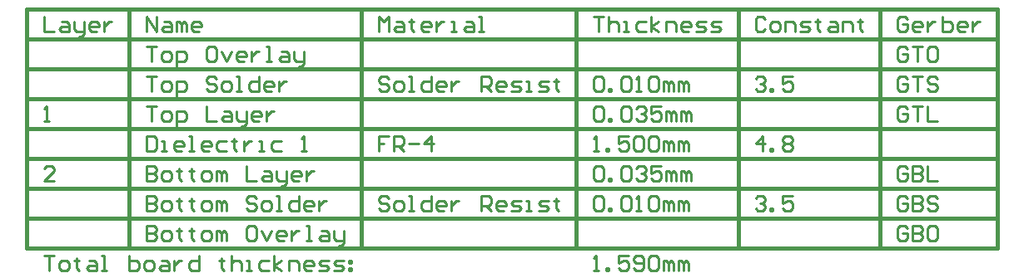
<source format=gbr>
%FSTAX23Y23*%
%MOIN*%
%SFA1B1*%

%IPPOS*%
%ADD13C,0.010000*%
%ADD29C,0.015000*%
%LNpcb1_layer_stackup-1*%
%LPD*%
G54D13*
X04055Y02922D02*
Y02862D01*
X04095*
X04125Y02902D02*
X04145D01*
X04155Y02892*
Y02862*
X04125*
X04115Y02872*
X04125Y02882*
X04155*
X04175Y02902D02*
Y02872D01*
X04185Y02862*
X04215*
Y02852*
X04205Y02842*
X04195*
X04215Y02862D02*
Y02902D01*
X04265Y02862D02*
X04245D01*
X04235Y02872*
Y02892*
X04245Y02902*
X04265*
X04275Y02892*
Y02882*
X04235*
X04295Y02902D02*
Y02862D01*
Y02882*
X04305Y02892*
X04315Y02902*
X04325*
X04095Y02262D02*
X04055D01*
X04095Y02302*
Y02312*
X04085Y02322*
X04065*
X04055Y02312*
Y02502D02*
X04075D01*
X04065*
Y02562*
X04055Y02552*
X04465Y02862D02*
Y02922D01*
X04505Y02862*
Y02922*
X04535Y02902D02*
X04555D01*
X04565Y02892*
Y02862*
X04535*
X04525Y02872*
X04535Y02882*
X04565*
X04585Y02862D02*
Y02902D01*
X04595*
X04605Y02892*
Y02862*
Y02892*
X04615Y02902*
X04625Y02892*
Y02862*
X04675D02*
X04655D01*
X04645Y02872*
Y02892*
X04655Y02902*
X04675*
X04685Y02892*
Y02882*
X04645*
X04465Y02082D02*
Y02022D01*
X04495*
X04505Y02032*
Y02042*
X04495Y02052*
X04465*
X04495*
X04505Y02062*
Y02072*
X04495Y02082*
X04465*
X04535Y02022D02*
X04555D01*
X04565Y02032*
Y02052*
X04555Y02062*
X04535*
X04525Y02052*
Y02032*
X04535Y02022*
X04595Y02072D02*
Y02062D01*
X04585*
X04605*
X04595*
Y02032*
X04605Y02022*
X04645Y02072D02*
Y02062D01*
X04635*
X04655*
X04645*
Y02032*
X04655Y02022*
X04695D02*
X04715D01*
X04725Y02032*
Y02052*
X04715Y02062*
X04695*
X04685Y02052*
Y02032*
X04695Y02022*
X04745D02*
Y02062D01*
X04755*
X04765Y02052*
Y02022*
Y02052*
X04775Y02062*
X04785Y02052*
Y02022*
X04895Y02082D02*
X04875D01*
X04865Y02072*
Y02032*
X04875Y02022*
X04895*
X04905Y02032*
Y02072*
X04895Y02082*
X04925Y02062D02*
X04945Y02022D01*
X04965Y02062*
X05015Y02022D02*
X04995D01*
X04985Y02032*
Y02052*
X04995Y02062*
X05015*
X05025Y02052*
Y02042*
X04985*
X05045Y02062D02*
Y02022D01*
Y02042*
X05055Y02052*
X05065Y02062*
X05075*
X05105Y02022D02*
X05125D01*
X05115*
Y02082*
X05105*
X05165Y02062D02*
X05185D01*
X05195Y02052*
Y02022*
X05165*
X05155Y02032*
X05165Y02042*
X05195*
X05215Y02062D02*
Y02032D01*
X05225Y02022*
X05255*
Y02012*
X05245Y02002*
X05235*
X05255Y02022D02*
Y02062D01*
X04465Y02202D02*
Y02142D01*
X04495*
X04505Y02152*
Y02162*
X04495Y02172*
X04465*
X04495*
X04505Y02182*
Y02192*
X04495Y02202*
X04465*
X04535Y02142D02*
X04555D01*
X04565Y02152*
Y02172*
X04555Y02182*
X04535*
X04525Y02172*
Y02152*
X04535Y02142*
X04595Y02192D02*
Y02182D01*
X04585*
X04605*
X04595*
Y02152*
X04605Y02142*
X04645Y02192D02*
Y02182D01*
X04635*
X04655*
X04645*
Y02152*
X04655Y02142*
X04695D02*
X04715D01*
X04725Y02152*
Y02172*
X04715Y02182*
X04695*
X04685Y02172*
Y02152*
X04695Y02142*
X04745D02*
Y02182D01*
X04755*
X04765Y02172*
Y02142*
Y02172*
X04775Y02182*
X04785Y02172*
Y02142*
X04905Y02192D02*
X04895Y02202D01*
X04875*
X04865Y02192*
Y02182*
X04875Y02172*
X04895*
X04905Y02162*
Y02152*
X04895Y02142*
X04875*
X04865Y02152*
X04935Y02142D02*
X04955D01*
X04965Y02152*
Y02172*
X04955Y02182*
X04935*
X04925Y02172*
Y02152*
X04935Y02142*
X04985D02*
X05005D01*
X04995*
Y02202*
X04985*
X05075D02*
Y02142D01*
X05045*
X05035Y02152*
Y02172*
X05045Y02182*
X05075*
X05125Y02142D02*
X05105D01*
X05095Y02152*
Y02172*
X05105Y02182*
X05125*
X05135Y02172*
Y02162*
X05095*
X05155Y02182D02*
Y02142D01*
Y02162*
X05165Y02172*
X05175Y02182*
X05185*
X04465Y02322D02*
Y02262D01*
X04495*
X04505Y02272*
Y02282*
X04495Y02292*
X04465*
X04495*
X04505Y02302*
Y02312*
X04495Y02322*
X04465*
X04535Y02262D02*
X04555D01*
X04565Y02272*
Y02292*
X04555Y02302*
X04535*
X04525Y02292*
Y02272*
X04535Y02262*
X04595Y02312D02*
Y02302D01*
X04585*
X04605*
X04595*
Y02272*
X04605Y02262*
X04645Y02312D02*
Y02302D01*
X04635*
X04655*
X04645*
Y02272*
X04655Y02262*
X04695D02*
X04715D01*
X04725Y02272*
Y02292*
X04715Y02302*
X04695*
X04685Y02292*
Y02272*
X04695Y02262*
X04745D02*
Y02302D01*
X04755*
X04765Y02292*
Y02262*
Y02292*
X04775Y02302*
X04785Y02292*
Y02262*
X04865Y02322D02*
Y02262D01*
X04905*
X04935Y02302D02*
X04955D01*
X04965Y02292*
Y02262*
X04935*
X04925Y02272*
X04935Y02282*
X04965*
X04985Y02302D02*
Y02272D01*
X04995Y02262*
X05025*
Y02252*
X05015Y02242*
X05005*
X05025Y02262D02*
Y02302D01*
X05075Y02262D02*
X05055D01*
X05045Y02272*
Y02292*
X05055Y02302*
X05075*
X05085Y02292*
Y02282*
X05045*
X05105Y02302D02*
Y02262D01*
Y02282*
X05115Y02292*
X05125Y02302*
X05135*
X04465Y02442D02*
Y02382D01*
X04495*
X04505Y02392*
Y02432*
X04495Y02442*
X04465*
X04525Y02382D02*
X04545D01*
X04535*
Y02422*
X04525*
X04605Y02382D02*
X04585D01*
X04575Y02392*
Y02412*
X04585Y02422*
X04605*
X04615Y02412*
Y02402*
X04575*
X04635Y02382D02*
X04655D01*
X04645*
Y02442*
X04635*
X04715Y02382D02*
X04695D01*
X04685Y02392*
Y02412*
X04695Y02422*
X04715*
X04725Y02412*
Y02402*
X04685*
X04785Y02422D02*
X04755D01*
X04745Y02412*
Y02392*
X04755Y02382*
X04785*
X04815Y02432D02*
Y02422D01*
X04805*
X04825*
X04815*
Y02392*
X04825Y02382*
X04855Y02422D02*
Y02382D01*
Y02402*
X04865Y02412*
X04875Y02422*
X04885*
X04915Y02382D02*
X04935D01*
X04925*
Y02422*
X04915*
X05005D02*
X04975D01*
X04965Y02412*
Y02392*
X04975Y02382*
X05005*
X05085D02*
X05105D01*
X05095*
Y02442*
X05085Y02432*
X04465Y02562D02*
X04505D01*
X04485*
Y02502*
X04535D02*
X04555D01*
X04565Y02512*
Y02532*
X04555Y02542*
X04535*
X04525Y02532*
Y02512*
X04535Y02502*
X04585Y02482D02*
Y02542D01*
X04615*
X04625Y02532*
Y02512*
X04615Y02502*
X04585*
X04705Y02562D02*
Y02502D01*
X04745*
X04775Y02542D02*
X04795D01*
X04805Y02532*
Y02502*
X04775*
X04765Y02512*
X04775Y02522*
X04805*
X04825Y02542D02*
Y02512D01*
X04835Y02502*
X04865*
Y02492*
X04855Y02482*
X04845*
X04865Y02502D02*
Y02542D01*
X04915Y02502D02*
X04895D01*
X04885Y02512*
Y02532*
X04895Y02542*
X04915*
X04925Y02532*
Y02522*
X04885*
X04945Y02542D02*
Y02502D01*
Y02522*
X04955Y02532*
X04965Y02542*
X04975*
X04465Y02682D02*
X04505D01*
X04485*
Y02622*
X04535D02*
X04555D01*
X04565Y02632*
Y02652*
X04555Y02662*
X04535*
X04525Y02652*
Y02632*
X04535Y02622*
X04585Y02602D02*
Y02662D01*
X04615*
X04625Y02652*
Y02632*
X04615Y02622*
X04585*
X04745Y02672D02*
X04735Y02682D01*
X04715*
X04705Y02672*
Y02662*
X04715Y02652*
X04735*
X04745Y02642*
Y02632*
X04735Y02622*
X04715*
X04705Y02632*
X04775Y02622D02*
X04795D01*
X04805Y02632*
Y02652*
X04795Y02662*
X04775*
X04765Y02652*
Y02632*
X04775Y02622*
X04825D02*
X04845D01*
X04835*
Y02682*
X04825*
X04915D02*
Y02622D01*
X04885*
X04875Y02632*
Y02652*
X04885Y02662*
X04915*
X04965Y02622D02*
X04945D01*
X04935Y02632*
Y02652*
X04945Y02662*
X04965*
X04975Y02652*
Y02642*
X04935*
X04995Y02662D02*
Y02622D01*
Y02642*
X05005Y02652*
X05015Y02662*
X05025*
X04465Y02802D02*
X04505D01*
X04485*
Y02742*
X04535D02*
X04555D01*
X04565Y02752*
Y02772*
X04555Y02782*
X04535*
X04525Y02772*
Y02752*
X04535Y02742*
X04585Y02722D02*
Y02782D01*
X04615*
X04625Y02772*
Y02752*
X04615Y02742*
X04585*
X04735Y02802D02*
X04715D01*
X04705Y02792*
Y02752*
X04715Y02742*
X04735*
X04745Y02752*
Y02792*
X04735Y02802*
X04765Y02782D02*
X04785Y02742D01*
X04805Y02782*
X04855Y02742D02*
X04835D01*
X04825Y02752*
Y02772*
X04835Y02782*
X04855*
X04865Y02772*
Y02762*
X04825*
X04885Y02782D02*
Y02742D01*
Y02762*
X04895Y02772*
X04905Y02782*
X04915*
X04945Y02742D02*
X04965D01*
X04955*
Y02802*
X04945*
X05005Y02782D02*
X05025D01*
X05035Y02772*
Y02742*
X05005*
X04995Y02752*
X05005Y02762*
X05035*
X05055Y02782D02*
Y02752D01*
X05065Y02742*
X05095*
Y02732*
X05085Y02722*
X05075*
X05095Y02742D02*
Y02782D01*
X05395Y02862D02*
Y02922D01*
X05415Y02902*
X05435Y02922*
Y02862*
X05465Y02902D02*
X05485D01*
X05495Y02892*
Y02862*
X05465*
X05455Y02872*
X05465Y02882*
X05495*
X05525Y02912D02*
Y02902D01*
X05515*
X05535*
X05525*
Y02872*
X05535Y02862*
X05595D02*
X05575D01*
X05565Y02872*
Y02892*
X05575Y02902*
X05595*
X05605Y02892*
Y02882*
X05565*
X05625Y02902D02*
Y02862D01*
Y02882*
X05635Y02892*
X05645Y02902*
X05655*
X05685Y02862D02*
X05705D01*
X05695*
Y02902*
X05685*
X05745D02*
X05765D01*
X05775Y02892*
Y02862*
X05745*
X05735Y02872*
X05745Y02882*
X05775*
X05795Y02862D02*
X05815D01*
X05805*
Y02922*
X05795*
X05435Y02192D02*
X05425Y02202D01*
X05405*
X05395Y02192*
Y02182*
X05405Y02172*
X05425*
X05435Y02162*
Y02152*
X05425Y02142*
X05405*
X05395Y02152*
X05465Y02142D02*
X05485D01*
X05495Y02152*
Y02172*
X05485Y02182*
X05465*
X05455Y02172*
Y02152*
X05465Y02142*
X05515D02*
X05535D01*
X05525*
Y02202*
X05515*
X05605D02*
Y02142D01*
X05575*
X05565Y02152*
Y02172*
X05575Y02182*
X05605*
X05655Y02142D02*
X05635D01*
X05625Y02152*
Y02172*
X05635Y02182*
X05655*
X05665Y02172*
Y02162*
X05625*
X05685Y02182D02*
Y02142D01*
Y02162*
X05695Y02172*
X05705Y02182*
X05715*
X05805Y02142D02*
Y02202D01*
X05835*
X05845Y02192*
Y02172*
X05835Y02162*
X05805*
X05825D02*
X05845Y02142D01*
X05895D02*
X05875D01*
X05865Y02152*
Y02172*
X05875Y02182*
X05895*
X05905Y02172*
Y02162*
X05865*
X05925Y02142D02*
X05955D01*
X05965Y02152*
X05955Y02162*
X05935*
X05925Y02172*
X05935Y02182*
X05965*
X05985Y02142D02*
X06005D01*
X05995*
Y02182*
X05985*
X06035Y02142D02*
X06065D01*
X06075Y02152*
X06065Y02162*
X06045*
X06035Y02172*
X06045Y02182*
X06075*
X06105Y02192D02*
Y02182D01*
X06095*
X06115*
X06105*
Y02152*
X06115Y02142*
X05435Y02442D02*
X05395D01*
Y02412*
X05415*
X05395*
Y02382*
X05455D02*
Y02442D01*
X05485*
X05495Y02432*
Y02412*
X05485Y02402*
X05455*
X05475D02*
X05495Y02382D01*
X05515Y02412D02*
X05555D01*
X05605Y02382D02*
Y02442D01*
X05575Y02412*
X05615*
X05435Y02672D02*
X05425Y02682D01*
X05405*
X05395Y02672*
Y02662*
X05405Y02652*
X05425*
X05435Y02642*
Y02632*
X05425Y02622*
X05405*
X05395Y02632*
X05465Y02622D02*
X05485D01*
X05495Y02632*
Y02652*
X05485Y02662*
X05465*
X05455Y02652*
Y02632*
X05465Y02622*
X05515D02*
X05535D01*
X05525*
Y02682*
X05515*
X05605D02*
Y02622D01*
X05575*
X05565Y02632*
Y02652*
X05575Y02662*
X05605*
X05655Y02622D02*
X05635D01*
X05625Y02632*
Y02652*
X05635Y02662*
X05655*
X05665Y02652*
Y02642*
X05625*
X05685Y02662D02*
Y02622D01*
Y02642*
X05695Y02652*
X05705Y02662*
X05715*
X05805Y02622D02*
Y02682D01*
X05835*
X05845Y02672*
Y02652*
X05835Y02642*
X05805*
X05825D02*
X05845Y02622D01*
X05895D02*
X05875D01*
X05865Y02632*
Y02652*
X05875Y02662*
X05895*
X05905Y02652*
Y02642*
X05865*
X05925Y02622D02*
X05955D01*
X05965Y02632*
X05955Y02642*
X05935*
X05925Y02652*
X05935Y02662*
X05965*
X05985Y02622D02*
X06005D01*
X05995*
Y02662*
X05985*
X06035Y02622D02*
X06065D01*
X06075Y02632*
X06065Y02642*
X06045*
X06035Y02652*
X06045Y02662*
X06075*
X06105Y02672D02*
Y02662D01*
X06095*
X06115*
X06105*
Y02632*
X06115Y02622*
X06255Y02922D02*
X06295D01*
X06275*
Y02862*
X06315Y02922D02*
Y02862D01*
Y02892*
X06325Y02902*
X06345*
X06355Y02892*
Y02862*
X06375D02*
X06395D01*
X06385*
Y02902*
X06375*
X06465D02*
X06435D01*
X06425Y02892*
Y02872*
X06435Y02862*
X06465*
X06485D02*
Y02922D01*
Y02882D02*
X06515Y02902D01*
X06485Y02882D02*
X06515Y02862D01*
X06545D02*
Y02902D01*
X06575*
X06585Y02892*
Y02862*
X06635D02*
X06615D01*
X06605Y02872*
Y02892*
X06615Y02902*
X06635*
X06645Y02892*
Y02882*
X06605*
X06665Y02862D02*
X06695D01*
X06705Y02872*
X06695Y02882*
X06675*
X06665Y02892*
X06675Y02902*
X06705*
X06725Y02862D02*
X06755D01*
X06765Y02872*
X06755Y02882*
X06735*
X06725Y02892*
X06735Y02902*
X06765*
X06255Y02192D02*
X06265Y02202D01*
X06285*
X06295Y02192*
Y02152*
X06285Y02142*
X06265*
X06255Y02152*
Y02192*
X06315Y02142D02*
Y02152D01*
X06325*
Y02142*
X06315*
X06365Y02192D02*
X06375Y02202D01*
X06395*
X06405Y02192*
Y02152*
X06395Y02142*
X06375*
X06365Y02152*
Y02192*
X06425Y02142D02*
X06445D01*
X06435*
Y02202*
X06425Y02192*
X06475D02*
X06485Y02202D01*
X06505*
X06515Y02192*
Y02152*
X06505Y02142*
X06485*
X06475Y02152*
Y02192*
X06535Y02142D02*
Y02182D01*
X06545*
X06555Y02172*
Y02142*
Y02172*
X06565Y02182*
X06575Y02172*
Y02142*
X06595D02*
Y02182D01*
X06605*
X06615Y02172*
Y02142*
Y02172*
X06625Y02182*
X06635Y02172*
Y02142*
X06255Y02312D02*
X06265Y02322D01*
X06285*
X06295Y02312*
Y02272*
X06285Y02262*
X06265*
X06255Y02272*
Y02312*
X06315Y02262D02*
Y02272D01*
X06325*
Y02262*
X06315*
X06365Y02312D02*
X06375Y02322D01*
X06395*
X06405Y02312*
Y02272*
X06395Y02262*
X06375*
X06365Y02272*
Y02312*
X06425D02*
X06435Y02322D01*
X06455*
X06465Y02312*
Y02302*
X06455Y02292*
X06445*
X06455*
X06465Y02282*
Y02272*
X06455Y02262*
X06435*
X06425Y02272*
X06525Y02322D02*
X06485D01*
Y02292*
X06505Y02302*
X06515*
X06525Y02292*
Y02272*
X06515Y02262*
X06495*
X06485Y02272*
X06545Y02262D02*
Y02302D01*
X06555*
X06565Y02292*
Y02262*
Y02292*
X06575Y02302*
X06585Y02292*
Y02262*
X06605D02*
Y02302D01*
X06615*
X06625Y02292*
Y02262*
Y02292*
X06635Y02302*
X06645Y02292*
Y02262*
X06255Y02382D02*
X06275D01*
X06265*
Y02442*
X06255Y02432*
X06305Y02382D02*
Y02392D01*
X06315*
Y02382*
X06305*
X06395Y02442D02*
X06355D01*
Y02412*
X06375Y02422*
X06385*
X06395Y02412*
Y02392*
X06385Y02382*
X06365*
X06355Y02392*
X06415Y02432D02*
X06425Y02442D01*
X06445*
X06455Y02432*
Y02392*
X06445Y02382*
X06425*
X06415Y02392*
Y02432*
X06475D02*
X06485Y02442D01*
X06505*
X06515Y02432*
Y02392*
X06505Y02382*
X06485*
X06475Y02392*
Y02432*
X06535Y02382D02*
Y02422D01*
X06545*
X06555Y02412*
Y02382*
Y02412*
X06565Y02422*
X06575Y02412*
Y02382*
X06595D02*
Y02422D01*
X06605*
X06615Y02412*
Y02382*
Y02412*
X06625Y02422*
X06635Y02412*
Y02382*
X06255Y02552D02*
X06265Y02562D01*
X06285*
X06295Y02552*
Y02512*
X06285Y02502*
X06265*
X06255Y02512*
Y02552*
X06315Y02502D02*
Y02512D01*
X06325*
Y02502*
X06315*
X06365Y02552D02*
X06375Y02562D01*
X06395*
X06405Y02552*
Y02512*
X06395Y02502*
X06375*
X06365Y02512*
Y02552*
X06425D02*
X06435Y02562D01*
X06455*
X06465Y02552*
Y02542*
X06455Y02532*
X06445*
X06455*
X06465Y02522*
Y02512*
X06455Y02502*
X06435*
X06425Y02512*
X06525Y02562D02*
X06485D01*
Y02532*
X06505Y02542*
X06515*
X06525Y02532*
Y02512*
X06515Y02502*
X06495*
X06485Y02512*
X06545Y02502D02*
Y02542D01*
X06555*
X06565Y02532*
Y02502*
Y02532*
X06575Y02542*
X06585Y02532*
Y02502*
X06605D02*
Y02542D01*
X06615*
X06625Y02532*
Y02502*
Y02532*
X06635Y02542*
X06645Y02532*
Y02502*
X06255Y02672D02*
X06265Y02682D01*
X06285*
X06295Y02672*
Y02632*
X06285Y02622*
X06265*
X06255Y02632*
Y02672*
X06315Y02622D02*
Y02632D01*
X06325*
Y02622*
X06315*
X06365Y02672D02*
X06375Y02682D01*
X06395*
X06405Y02672*
Y02632*
X06395Y02622*
X06375*
X06365Y02632*
Y02672*
X06425Y02622D02*
X06445D01*
X06435*
Y02682*
X06425Y02672*
X06475D02*
X06485Y02682D01*
X06505*
X06515Y02672*
Y02632*
X06505Y02622*
X06485*
X06475Y02632*
Y02672*
X06535Y02622D02*
Y02662D01*
X06545*
X06555Y02652*
Y02622*
Y02652*
X06565Y02662*
X06575Y02652*
Y02622*
X06595D02*
Y02662D01*
X06605*
X06615Y02652*
Y02622*
Y02652*
X06625Y02662*
X06635Y02652*
Y02622*
X06944Y02912D02*
X06934Y02922D01*
X06914*
X06905Y02912*
Y02872*
X06914Y02862*
X06934*
X06944Y02872*
X06974Y02862D02*
X06994D01*
X07004Y02872*
Y02892*
X06994Y02902*
X06974*
X06964Y02892*
Y02872*
X06974Y02862*
X07024D02*
Y02902D01*
X07054*
X07064Y02892*
Y02862*
X07084D02*
X07114D01*
X07124Y02872*
X07114Y02882*
X07094*
X07084Y02892*
X07094Y02902*
X07124*
X07154Y02912D02*
Y02902D01*
X07144*
X07164*
X07154*
Y02872*
X07164Y02862*
X07204Y02902D02*
X07224D01*
X07234Y02892*
Y02862*
X07204*
X07194Y02872*
X07204Y02882*
X07234*
X07254Y02862D02*
Y02902D01*
X07284*
X07294Y02892*
Y02862*
X07324Y02912D02*
Y02902D01*
X07314*
X07334*
X07324*
Y02872*
X07334Y02862*
X06905Y02192D02*
X06914Y02202D01*
X06934*
X06944Y02192*
Y02182*
X06934Y02172*
X06924*
X06934*
X06944Y02162*
Y02152*
X06934Y02142*
X06914*
X06905Y02152*
X06964Y02142D02*
Y02152D01*
X06974*
Y02142*
X06964*
X07054Y02202D02*
X07014D01*
Y02172*
X07034Y02182*
X07044*
X07054Y02172*
Y02152*
X07044Y02142*
X07024*
X07014Y02152*
X06934Y02382D02*
Y02442D01*
X06905Y02412*
X06944*
X06964Y02382D02*
Y02392D01*
X06974*
Y02382*
X06964*
X07014Y02432D02*
X07024Y02442D01*
X07044*
X07054Y02432*
Y02422*
X07044Y02412*
X07054Y02402*
Y02392*
X07044Y02382*
X07024*
X07014Y02392*
Y02402*
X07024Y02412*
X07014Y02422*
Y02432*
X07024Y02412D02*
X07044D01*
X06905Y02672D02*
X06914Y02682D01*
X06934*
X06944Y02672*
Y02662*
X06934Y02652*
X06924*
X06934*
X06944Y02642*
Y02632*
X06934Y02622*
X06914*
X06905Y02632*
X06964Y02622D02*
Y02632D01*
X06974*
Y02622*
X06964*
X07054Y02682D02*
X07014D01*
Y02652*
X07034Y02662*
X07044*
X07054Y02652*
Y02632*
X07044Y02622*
X07024*
X07014Y02632*
X07514Y02912D02*
X07504Y02922D01*
X07484*
X07474Y02912*
Y02872*
X07484Y02862*
X07504*
X07514Y02872*
Y02892*
X07494*
X07564Y02862D02*
X07544D01*
X07534Y02872*
Y02892*
X07544Y02902*
X07564*
X07574Y02892*
Y02882*
X07534*
X07594Y02902D02*
Y02862D01*
Y02882*
X07604Y02892*
X07614Y02902*
X07624*
X07654Y02922D02*
Y02862D01*
X07684*
X07694Y02872*
Y02882*
Y02892*
X07684Y02902*
X07654*
X07744Y02862D02*
X07724D01*
X07714Y02872*
Y02892*
X07724Y02902*
X07744*
X07754Y02892*
Y02882*
X07714*
X07774Y02902D02*
Y02862D01*
Y02882*
X07784Y02892*
X07794Y02902*
X07804*
X07514Y02072D02*
X07504Y02082D01*
X07484*
X07474Y02072*
Y02032*
X07484Y02022*
X07504*
X07514Y02032*
Y02052*
X07494*
X07534Y02082D02*
Y02022D01*
X07564*
X07574Y02032*
Y02042*
X07564Y02052*
X07534*
X07564*
X07574Y02062*
Y02072*
X07564Y02082*
X07534*
X07624D02*
X07604D01*
X07594Y02072*
Y02032*
X07604Y02022*
X07624*
X07634Y02032*
Y02072*
X07624Y02082*
X07514Y02192D02*
X07504Y02202D01*
X07484*
X07474Y02192*
Y02152*
X07484Y02142*
X07504*
X07514Y02152*
Y02172*
X07494*
X07534Y02202D02*
Y02142D01*
X07564*
X07574Y02152*
Y02162*
X07564Y02172*
X07534*
X07564*
X07574Y02182*
Y02192*
X07564Y02202*
X07534*
X07634Y02192D02*
X07624Y02202D01*
X07604*
X07594Y02192*
Y02182*
X07604Y02172*
X07624*
X07634Y02162*
Y02152*
X07624Y02142*
X07604*
X07594Y02152*
X07514Y02312D02*
X07504Y02322D01*
X07484*
X07474Y02312*
Y02272*
X07484Y02262*
X07504*
X07514Y02272*
Y02292*
X07494*
X07534Y02322D02*
Y02262D01*
X07564*
X07574Y02272*
Y02282*
X07564Y02292*
X07534*
X07564*
X07574Y02302*
Y02312*
X07564Y02322*
X07534*
X07594D02*
Y02262D01*
X07634*
X07514Y02552D02*
X07504Y02562D01*
X07484*
X07474Y02552*
Y02512*
X07484Y02502*
X07504*
X07514Y02512*
Y02532*
X07494*
X07534Y02562D02*
X07574D01*
X07554*
Y02502*
X07594Y02562D02*
Y02502D01*
X07634*
X07514Y02672D02*
X07504Y02682D01*
X07484*
X07474Y02672*
Y02632*
X07484Y02622*
X07504*
X07514Y02632*
Y02652*
X07494*
X07534Y02682D02*
X07574D01*
X07554*
Y02622*
X07634Y02672D02*
X07624Y02682D01*
X07604*
X07594Y02672*
Y02662*
X07604Y02652*
X07624*
X07634Y02642*
Y02632*
X07624Y02622*
X07604*
X07594Y02632*
X07514Y02792D02*
X07504Y02802D01*
X07484*
X07474Y02792*
Y02752*
X07484Y02742*
X07504*
X07514Y02752*
Y02772*
X07494*
X07534Y02802D02*
X07574D01*
X07554*
Y02742*
X07624Y02802D02*
X07604D01*
X07594Y02792*
Y02752*
X07604Y02742*
X07624*
X07634Y02752*
Y02792*
X07624Y02802*
X04055Y01962D02*
X04095D01*
X04075*
Y01902*
X04125D02*
X04145D01*
X04155Y01912*
Y01932*
X04145Y01942*
X04125*
X04115Y01932*
Y01912*
X04125Y01902*
X04185Y01952D02*
Y01942D01*
X04175*
X04195*
X04185*
Y01912*
X04195Y01902*
X04235Y01942D02*
X04255D01*
X04265Y01932*
Y01902*
X04235*
X04225Y01912*
X04235Y01922*
X04265*
X04285Y01902D02*
X04305D01*
X04295*
Y01962*
X04285*
X04395D02*
Y01902D01*
X04425*
X04435Y01912*
Y01922*
Y01932*
X04425Y01942*
X04395*
X04465Y01902D02*
X04485D01*
X04495Y01912*
Y01932*
X04485Y01942*
X04465*
X04455Y01932*
Y01912*
X04465Y01902*
X04525Y01942D02*
X04545D01*
X04555Y01932*
Y01902*
X04525*
X04515Y01912*
X04525Y01922*
X04555*
X04575Y01942D02*
Y01902D01*
Y01922*
X04585Y01932*
X04595Y01942*
X04605*
X04675Y01962D02*
Y01902D01*
X04645*
X04635Y01912*
Y01932*
X04645Y01942*
X04675*
X04765Y01952D02*
Y01942D01*
X04755*
X04775*
X04765*
Y01912*
X04775Y01902*
X04805Y01962D02*
Y01902D01*
Y01932*
X04815Y01942*
X04835*
X04845Y01932*
Y01902*
X04865D02*
X04885D01*
X04875*
Y01942*
X04865*
X04955D02*
X04925D01*
X04915Y01932*
Y01912*
X04925Y01902*
X04955*
X04975D02*
Y01962D01*
Y01922D02*
X05005Y01942D01*
X04975Y01922D02*
X05005Y01902D01*
X05035D02*
Y01942D01*
X05065*
X05075Y01932*
Y01902*
X05125D02*
X05105D01*
X05095Y01912*
Y01932*
X05105Y01942*
X05125*
X05135Y01932*
Y01922*
X05095*
X05155Y01902D02*
X05185D01*
X05195Y01912*
X05185Y01922*
X05165*
X05155Y01932*
X05165Y01942*
X05195*
X05215Y01902D02*
X05245D01*
X05255Y01912*
X05245Y01922*
X05225*
X05215Y01932*
X05225Y01942*
X05255*
X05275D02*
X05285D01*
Y01932*
X05275*
Y01942*
Y01912D02*
X05285D01*
Y01902*
X05275*
Y01912*
X06255Y01902D02*
X06275D01*
X06265*
Y01962*
X06255Y01952*
X06305Y01902D02*
Y01912D01*
X06315*
Y01902*
X06305*
X06395Y01962D02*
X06355D01*
Y01932*
X06375Y01942*
X06385*
X06395Y01932*
Y01912*
X06385Y01902*
X06365*
X06355Y01912*
X06415D02*
X06425Y01902D01*
X06445*
X06455Y01912*
Y01952*
X06445Y01962*
X06425*
X06415Y01952*
Y01942*
X06425Y01932*
X06455*
X06475Y01952D02*
X06485Y01962D01*
X06505*
X06515Y01952*
Y01912*
X06505Y01902*
X06485*
X06475Y01912*
Y01952*
X06535Y01902D02*
Y01942D01*
X06545*
X06555Y01932*
Y01902*
Y01932*
X06565Y01942*
X06575Y01932*
Y01902*
X06595D02*
Y01942D01*
X06605*
X06615Y01932*
Y01902*
Y01932*
X06625Y01942*
X06635Y01932*
Y01902*
G54D29*
X03985Y02832D02*
X07874D01*
X03985Y02952D02*
X07874D01*
X03985Y01992D02*
Y02952D01*
Y01992D02*
X04395D01*
X03985Y02112D02*
X04395D01*
X03985Y02232D02*
X04395D01*
X03985Y02352D02*
X04395D01*
X03985Y02472D02*
X04395D01*
X03985Y02592D02*
X04395D01*
X03985Y02712D02*
X04395D01*
Y01992D02*
Y02952D01*
Y01992D02*
X05325D01*
X04395Y02112D02*
X05325D01*
X04395Y02232D02*
X05325D01*
X04395Y02352D02*
X05325D01*
X04395Y02472D02*
X05325D01*
X04395Y02592D02*
X05325D01*
X04395Y02712D02*
X05325D01*
Y01992D02*
Y02952D01*
Y01992D02*
X06185D01*
X05325Y02112D02*
X06185D01*
X05325Y02232D02*
X06185D01*
X05325Y02352D02*
X06185D01*
X05325Y02472D02*
X06185D01*
X05325Y02592D02*
X06185D01*
X05325Y02712D02*
X06185D01*
Y01992D02*
Y02952D01*
Y01992D02*
X06835D01*
X06185Y02112D02*
X06835D01*
X06185Y02232D02*
X06835D01*
X06185Y02352D02*
X06835D01*
X06185Y02472D02*
X06835D01*
X06185Y02592D02*
X06835D01*
X06185Y02712D02*
X06835D01*
Y01992D02*
Y02952D01*
Y01992D02*
X07404D01*
X06835Y02112D02*
X07404D01*
X06835Y02232D02*
X07404D01*
X06835Y02352D02*
X07404D01*
X06835Y02472D02*
X07404D01*
X06835Y02592D02*
X07404D01*
X06835Y02712D02*
X07404D01*
Y01992D02*
Y02952D01*
Y01992D02*
X07874D01*
X07404Y02112D02*
X07874D01*
X07404Y02232D02*
X07874D01*
X07404Y02352D02*
X07874D01*
X07404Y02472D02*
X07874D01*
X07404Y02592D02*
X07874D01*
X07404Y02712D02*
X07874D01*
Y01992D02*
Y02952D01*
M02*
</source>
